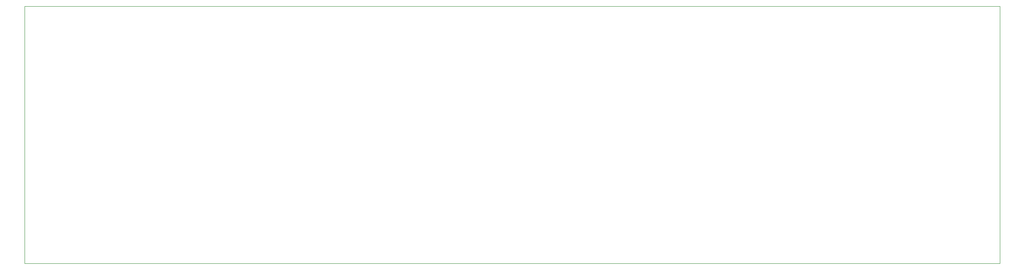
<source format=gbr>
%TF.GenerationSoftware,KiCad,Pcbnew,(5.1.10-1-10_14)*%
%TF.CreationDate,2021-10-07T15:40:17-04:00*%
%TF.ProjectId,BufferBox,42756666-6572-4426-9f78-2e6b69636164,1.1*%
%TF.SameCoordinates,Original*%
%TF.FileFunction,Profile,NP*%
%FSLAX46Y46*%
G04 Gerber Fmt 4.6, Leading zero omitted, Abs format (unit mm)*
G04 Created by KiCad (PCBNEW (5.1.10-1-10_14)) date 2021-10-07 15:40:17*
%MOMM*%
%LPD*%
G01*
G04 APERTURE LIST*
%TA.AperFunction,Profile*%
%ADD10C,0.050000*%
%TD*%
G04 APERTURE END LIST*
D10*
X48600000Y-63200000D02*
X246800000Y-63200000D01*
X48600000Y-115600000D02*
X48600000Y-63200000D01*
X246800000Y-115600000D02*
X48600000Y-115600000D01*
X246800000Y-63200000D02*
X246800000Y-115600000D01*
M02*

</source>
